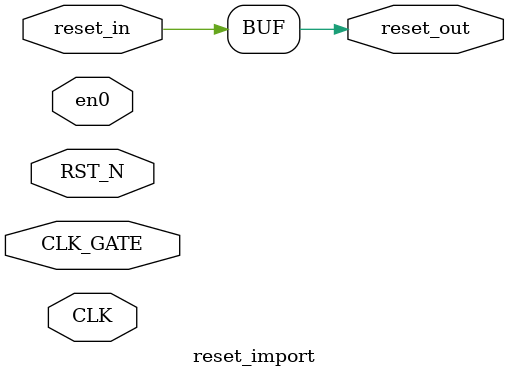
<source format=v>

module reset_import(RST_N,
                    CLK,
                    CLK_GATE,
                    en0,
                    reset_in,
		    reset_out);
   
  
   input RST_N;
   input CLK;
   input CLK_GATE;
   input en0;
   input reset_in;
   output reset_out;

   assign reset_out = reset_in;
   
endmodule
</source>
